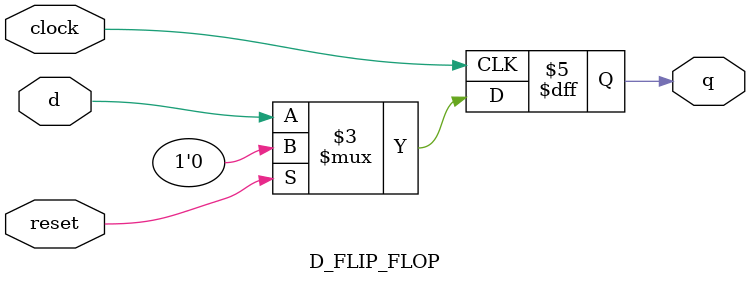
<source format=v>
module D_FLIP_FLOP(
    q, d, clock, reset
);
    output q;
    input d, clock, reset;

    always @ (posedge clock)
    begin
        if (reset) q <= 0;
        else q <= d;
    end
endmodule
</source>
